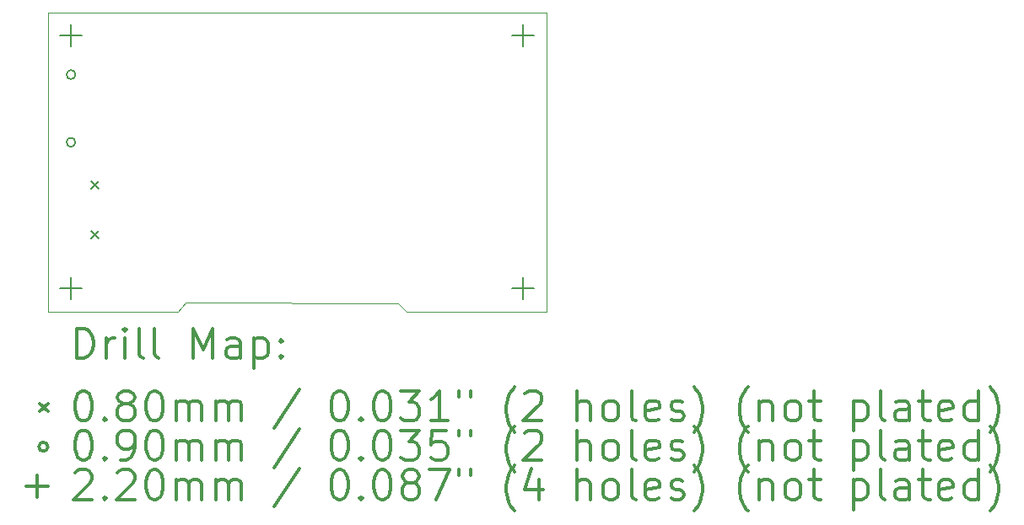
<source format=gbr>
%FSLAX45Y45*%
G04 Gerber Fmt 4.5, Leading zero omitted, Abs format (unit mm)*
G04 Created by KiCad (PCBNEW (5.1.5)-2) date 2020-03-24 14:37:49*
%MOMM*%
%LPD*%
G04 APERTURE LIST*
%TA.AperFunction,Profile*%
%ADD10C,0.050000*%
%TD*%
%ADD11C,0.200000*%
%ADD12C,0.300000*%
G04 APERTURE END LIST*
D10*
X14650280Y-13345700D02*
X12524300Y-13341100D01*
X14740000Y-13430000D02*
X14650280Y-13345700D01*
X12440000Y-13430000D02*
X12524300Y-13341100D01*
X16140000Y-13430000D02*
X14740000Y-13430000D01*
X11140000Y-13430000D02*
X12440000Y-13430000D01*
X11140000Y-13430000D02*
X11140000Y-10430000D01*
X16140000Y-10430000D02*
X16140000Y-13430000D01*
X11140000Y-10430000D02*
X16140000Y-10430000D01*
D11*
X11570000Y-12117900D02*
X11650000Y-12197900D01*
X11650000Y-12117900D02*
X11570000Y-12197900D01*
X11570000Y-12617900D02*
X11650000Y-12697900D01*
X11650000Y-12617900D02*
X11570000Y-12697900D01*
X11415000Y-11050000D02*
G75*
G03X11415000Y-11050000I-45000J0D01*
G01*
X11415000Y-11730000D02*
G75*
G03X11415000Y-11730000I-45000J0D01*
G01*
X15910000Y-10550000D02*
X15910000Y-10770000D01*
X15800000Y-10660000D02*
X16020000Y-10660000D01*
X11370000Y-13090000D02*
X11370000Y-13310000D01*
X11260000Y-13200000D02*
X11480000Y-13200000D01*
X15910000Y-13090000D02*
X15910000Y-13310000D01*
X15800000Y-13200000D02*
X16020000Y-13200000D01*
X11370000Y-10550000D02*
X11370000Y-10770000D01*
X11260000Y-10660000D02*
X11480000Y-10660000D01*
D12*
X11423928Y-13898214D02*
X11423928Y-13598214D01*
X11495357Y-13598214D01*
X11538214Y-13612500D01*
X11566786Y-13641071D01*
X11581071Y-13669643D01*
X11595357Y-13726786D01*
X11595357Y-13769643D01*
X11581071Y-13826786D01*
X11566786Y-13855357D01*
X11538214Y-13883929D01*
X11495357Y-13898214D01*
X11423928Y-13898214D01*
X11723928Y-13898214D02*
X11723928Y-13698214D01*
X11723928Y-13755357D02*
X11738214Y-13726786D01*
X11752500Y-13712500D01*
X11781071Y-13698214D01*
X11809643Y-13698214D01*
X11909643Y-13898214D02*
X11909643Y-13698214D01*
X11909643Y-13598214D02*
X11895357Y-13612500D01*
X11909643Y-13626786D01*
X11923928Y-13612500D01*
X11909643Y-13598214D01*
X11909643Y-13626786D01*
X12095357Y-13898214D02*
X12066786Y-13883929D01*
X12052500Y-13855357D01*
X12052500Y-13598214D01*
X12252500Y-13898214D02*
X12223928Y-13883929D01*
X12209643Y-13855357D01*
X12209643Y-13598214D01*
X12595357Y-13898214D02*
X12595357Y-13598214D01*
X12695357Y-13812500D01*
X12795357Y-13598214D01*
X12795357Y-13898214D01*
X13066786Y-13898214D02*
X13066786Y-13741071D01*
X13052500Y-13712500D01*
X13023928Y-13698214D01*
X12966786Y-13698214D01*
X12938214Y-13712500D01*
X13066786Y-13883929D02*
X13038214Y-13898214D01*
X12966786Y-13898214D01*
X12938214Y-13883929D01*
X12923928Y-13855357D01*
X12923928Y-13826786D01*
X12938214Y-13798214D01*
X12966786Y-13783929D01*
X13038214Y-13783929D01*
X13066786Y-13769643D01*
X13209643Y-13698214D02*
X13209643Y-13998214D01*
X13209643Y-13712500D02*
X13238214Y-13698214D01*
X13295357Y-13698214D01*
X13323928Y-13712500D01*
X13338214Y-13726786D01*
X13352500Y-13755357D01*
X13352500Y-13841071D01*
X13338214Y-13869643D01*
X13323928Y-13883929D01*
X13295357Y-13898214D01*
X13238214Y-13898214D01*
X13209643Y-13883929D01*
X13481071Y-13869643D02*
X13495357Y-13883929D01*
X13481071Y-13898214D01*
X13466786Y-13883929D01*
X13481071Y-13869643D01*
X13481071Y-13898214D01*
X13481071Y-13712500D02*
X13495357Y-13726786D01*
X13481071Y-13741071D01*
X13466786Y-13726786D01*
X13481071Y-13712500D01*
X13481071Y-13741071D01*
X11057500Y-14352500D02*
X11137500Y-14432500D01*
X11137500Y-14352500D02*
X11057500Y-14432500D01*
X11481071Y-14228214D02*
X11509643Y-14228214D01*
X11538214Y-14242500D01*
X11552500Y-14256786D01*
X11566786Y-14285357D01*
X11581071Y-14342500D01*
X11581071Y-14413929D01*
X11566786Y-14471071D01*
X11552500Y-14499643D01*
X11538214Y-14513929D01*
X11509643Y-14528214D01*
X11481071Y-14528214D01*
X11452500Y-14513929D01*
X11438214Y-14499643D01*
X11423928Y-14471071D01*
X11409643Y-14413929D01*
X11409643Y-14342500D01*
X11423928Y-14285357D01*
X11438214Y-14256786D01*
X11452500Y-14242500D01*
X11481071Y-14228214D01*
X11709643Y-14499643D02*
X11723928Y-14513929D01*
X11709643Y-14528214D01*
X11695357Y-14513929D01*
X11709643Y-14499643D01*
X11709643Y-14528214D01*
X11895357Y-14356786D02*
X11866786Y-14342500D01*
X11852500Y-14328214D01*
X11838214Y-14299643D01*
X11838214Y-14285357D01*
X11852500Y-14256786D01*
X11866786Y-14242500D01*
X11895357Y-14228214D01*
X11952500Y-14228214D01*
X11981071Y-14242500D01*
X11995357Y-14256786D01*
X12009643Y-14285357D01*
X12009643Y-14299643D01*
X11995357Y-14328214D01*
X11981071Y-14342500D01*
X11952500Y-14356786D01*
X11895357Y-14356786D01*
X11866786Y-14371071D01*
X11852500Y-14385357D01*
X11838214Y-14413929D01*
X11838214Y-14471071D01*
X11852500Y-14499643D01*
X11866786Y-14513929D01*
X11895357Y-14528214D01*
X11952500Y-14528214D01*
X11981071Y-14513929D01*
X11995357Y-14499643D01*
X12009643Y-14471071D01*
X12009643Y-14413929D01*
X11995357Y-14385357D01*
X11981071Y-14371071D01*
X11952500Y-14356786D01*
X12195357Y-14228214D02*
X12223928Y-14228214D01*
X12252500Y-14242500D01*
X12266786Y-14256786D01*
X12281071Y-14285357D01*
X12295357Y-14342500D01*
X12295357Y-14413929D01*
X12281071Y-14471071D01*
X12266786Y-14499643D01*
X12252500Y-14513929D01*
X12223928Y-14528214D01*
X12195357Y-14528214D01*
X12166786Y-14513929D01*
X12152500Y-14499643D01*
X12138214Y-14471071D01*
X12123928Y-14413929D01*
X12123928Y-14342500D01*
X12138214Y-14285357D01*
X12152500Y-14256786D01*
X12166786Y-14242500D01*
X12195357Y-14228214D01*
X12423928Y-14528214D02*
X12423928Y-14328214D01*
X12423928Y-14356786D02*
X12438214Y-14342500D01*
X12466786Y-14328214D01*
X12509643Y-14328214D01*
X12538214Y-14342500D01*
X12552500Y-14371071D01*
X12552500Y-14528214D01*
X12552500Y-14371071D02*
X12566786Y-14342500D01*
X12595357Y-14328214D01*
X12638214Y-14328214D01*
X12666786Y-14342500D01*
X12681071Y-14371071D01*
X12681071Y-14528214D01*
X12823928Y-14528214D02*
X12823928Y-14328214D01*
X12823928Y-14356786D02*
X12838214Y-14342500D01*
X12866786Y-14328214D01*
X12909643Y-14328214D01*
X12938214Y-14342500D01*
X12952500Y-14371071D01*
X12952500Y-14528214D01*
X12952500Y-14371071D02*
X12966786Y-14342500D01*
X12995357Y-14328214D01*
X13038214Y-14328214D01*
X13066786Y-14342500D01*
X13081071Y-14371071D01*
X13081071Y-14528214D01*
X13666786Y-14213929D02*
X13409643Y-14599643D01*
X14052500Y-14228214D02*
X14081071Y-14228214D01*
X14109643Y-14242500D01*
X14123928Y-14256786D01*
X14138214Y-14285357D01*
X14152500Y-14342500D01*
X14152500Y-14413929D01*
X14138214Y-14471071D01*
X14123928Y-14499643D01*
X14109643Y-14513929D01*
X14081071Y-14528214D01*
X14052500Y-14528214D01*
X14023928Y-14513929D01*
X14009643Y-14499643D01*
X13995357Y-14471071D01*
X13981071Y-14413929D01*
X13981071Y-14342500D01*
X13995357Y-14285357D01*
X14009643Y-14256786D01*
X14023928Y-14242500D01*
X14052500Y-14228214D01*
X14281071Y-14499643D02*
X14295357Y-14513929D01*
X14281071Y-14528214D01*
X14266786Y-14513929D01*
X14281071Y-14499643D01*
X14281071Y-14528214D01*
X14481071Y-14228214D02*
X14509643Y-14228214D01*
X14538214Y-14242500D01*
X14552500Y-14256786D01*
X14566786Y-14285357D01*
X14581071Y-14342500D01*
X14581071Y-14413929D01*
X14566786Y-14471071D01*
X14552500Y-14499643D01*
X14538214Y-14513929D01*
X14509643Y-14528214D01*
X14481071Y-14528214D01*
X14452500Y-14513929D01*
X14438214Y-14499643D01*
X14423928Y-14471071D01*
X14409643Y-14413929D01*
X14409643Y-14342500D01*
X14423928Y-14285357D01*
X14438214Y-14256786D01*
X14452500Y-14242500D01*
X14481071Y-14228214D01*
X14681071Y-14228214D02*
X14866786Y-14228214D01*
X14766786Y-14342500D01*
X14809643Y-14342500D01*
X14838214Y-14356786D01*
X14852500Y-14371071D01*
X14866786Y-14399643D01*
X14866786Y-14471071D01*
X14852500Y-14499643D01*
X14838214Y-14513929D01*
X14809643Y-14528214D01*
X14723928Y-14528214D01*
X14695357Y-14513929D01*
X14681071Y-14499643D01*
X15152500Y-14528214D02*
X14981071Y-14528214D01*
X15066786Y-14528214D02*
X15066786Y-14228214D01*
X15038214Y-14271071D01*
X15009643Y-14299643D01*
X14981071Y-14313929D01*
X15266786Y-14228214D02*
X15266786Y-14285357D01*
X15381071Y-14228214D02*
X15381071Y-14285357D01*
X15823928Y-14642500D02*
X15809643Y-14628214D01*
X15781071Y-14585357D01*
X15766786Y-14556786D01*
X15752500Y-14513929D01*
X15738214Y-14442500D01*
X15738214Y-14385357D01*
X15752500Y-14313929D01*
X15766786Y-14271071D01*
X15781071Y-14242500D01*
X15809643Y-14199643D01*
X15823928Y-14185357D01*
X15923928Y-14256786D02*
X15938214Y-14242500D01*
X15966786Y-14228214D01*
X16038214Y-14228214D01*
X16066786Y-14242500D01*
X16081071Y-14256786D01*
X16095357Y-14285357D01*
X16095357Y-14313929D01*
X16081071Y-14356786D01*
X15909643Y-14528214D01*
X16095357Y-14528214D01*
X16452500Y-14528214D02*
X16452500Y-14228214D01*
X16581071Y-14528214D02*
X16581071Y-14371071D01*
X16566786Y-14342500D01*
X16538214Y-14328214D01*
X16495357Y-14328214D01*
X16466786Y-14342500D01*
X16452500Y-14356786D01*
X16766786Y-14528214D02*
X16738214Y-14513929D01*
X16723928Y-14499643D01*
X16709643Y-14471071D01*
X16709643Y-14385357D01*
X16723928Y-14356786D01*
X16738214Y-14342500D01*
X16766786Y-14328214D01*
X16809643Y-14328214D01*
X16838214Y-14342500D01*
X16852500Y-14356786D01*
X16866786Y-14385357D01*
X16866786Y-14471071D01*
X16852500Y-14499643D01*
X16838214Y-14513929D01*
X16809643Y-14528214D01*
X16766786Y-14528214D01*
X17038214Y-14528214D02*
X17009643Y-14513929D01*
X16995357Y-14485357D01*
X16995357Y-14228214D01*
X17266786Y-14513929D02*
X17238214Y-14528214D01*
X17181071Y-14528214D01*
X17152500Y-14513929D01*
X17138214Y-14485357D01*
X17138214Y-14371071D01*
X17152500Y-14342500D01*
X17181071Y-14328214D01*
X17238214Y-14328214D01*
X17266786Y-14342500D01*
X17281071Y-14371071D01*
X17281071Y-14399643D01*
X17138214Y-14428214D01*
X17395357Y-14513929D02*
X17423928Y-14528214D01*
X17481071Y-14528214D01*
X17509643Y-14513929D01*
X17523928Y-14485357D01*
X17523928Y-14471071D01*
X17509643Y-14442500D01*
X17481071Y-14428214D01*
X17438214Y-14428214D01*
X17409643Y-14413929D01*
X17395357Y-14385357D01*
X17395357Y-14371071D01*
X17409643Y-14342500D01*
X17438214Y-14328214D01*
X17481071Y-14328214D01*
X17509643Y-14342500D01*
X17623928Y-14642500D02*
X17638214Y-14628214D01*
X17666786Y-14585357D01*
X17681071Y-14556786D01*
X17695357Y-14513929D01*
X17709643Y-14442500D01*
X17709643Y-14385357D01*
X17695357Y-14313929D01*
X17681071Y-14271071D01*
X17666786Y-14242500D01*
X17638214Y-14199643D01*
X17623928Y-14185357D01*
X18166786Y-14642500D02*
X18152500Y-14628214D01*
X18123928Y-14585357D01*
X18109643Y-14556786D01*
X18095357Y-14513929D01*
X18081071Y-14442500D01*
X18081071Y-14385357D01*
X18095357Y-14313929D01*
X18109643Y-14271071D01*
X18123928Y-14242500D01*
X18152500Y-14199643D01*
X18166786Y-14185357D01*
X18281071Y-14328214D02*
X18281071Y-14528214D01*
X18281071Y-14356786D02*
X18295357Y-14342500D01*
X18323928Y-14328214D01*
X18366786Y-14328214D01*
X18395357Y-14342500D01*
X18409643Y-14371071D01*
X18409643Y-14528214D01*
X18595357Y-14528214D02*
X18566786Y-14513929D01*
X18552500Y-14499643D01*
X18538214Y-14471071D01*
X18538214Y-14385357D01*
X18552500Y-14356786D01*
X18566786Y-14342500D01*
X18595357Y-14328214D01*
X18638214Y-14328214D01*
X18666786Y-14342500D01*
X18681071Y-14356786D01*
X18695357Y-14385357D01*
X18695357Y-14471071D01*
X18681071Y-14499643D01*
X18666786Y-14513929D01*
X18638214Y-14528214D01*
X18595357Y-14528214D01*
X18781071Y-14328214D02*
X18895357Y-14328214D01*
X18823928Y-14228214D02*
X18823928Y-14485357D01*
X18838214Y-14513929D01*
X18866786Y-14528214D01*
X18895357Y-14528214D01*
X19223928Y-14328214D02*
X19223928Y-14628214D01*
X19223928Y-14342500D02*
X19252500Y-14328214D01*
X19309643Y-14328214D01*
X19338214Y-14342500D01*
X19352500Y-14356786D01*
X19366786Y-14385357D01*
X19366786Y-14471071D01*
X19352500Y-14499643D01*
X19338214Y-14513929D01*
X19309643Y-14528214D01*
X19252500Y-14528214D01*
X19223928Y-14513929D01*
X19538214Y-14528214D02*
X19509643Y-14513929D01*
X19495357Y-14485357D01*
X19495357Y-14228214D01*
X19781071Y-14528214D02*
X19781071Y-14371071D01*
X19766786Y-14342500D01*
X19738214Y-14328214D01*
X19681071Y-14328214D01*
X19652500Y-14342500D01*
X19781071Y-14513929D02*
X19752500Y-14528214D01*
X19681071Y-14528214D01*
X19652500Y-14513929D01*
X19638214Y-14485357D01*
X19638214Y-14456786D01*
X19652500Y-14428214D01*
X19681071Y-14413929D01*
X19752500Y-14413929D01*
X19781071Y-14399643D01*
X19881071Y-14328214D02*
X19995357Y-14328214D01*
X19923928Y-14228214D02*
X19923928Y-14485357D01*
X19938214Y-14513929D01*
X19966786Y-14528214D01*
X19995357Y-14528214D01*
X20209643Y-14513929D02*
X20181071Y-14528214D01*
X20123928Y-14528214D01*
X20095357Y-14513929D01*
X20081071Y-14485357D01*
X20081071Y-14371071D01*
X20095357Y-14342500D01*
X20123928Y-14328214D01*
X20181071Y-14328214D01*
X20209643Y-14342500D01*
X20223928Y-14371071D01*
X20223928Y-14399643D01*
X20081071Y-14428214D01*
X20481071Y-14528214D02*
X20481071Y-14228214D01*
X20481071Y-14513929D02*
X20452500Y-14528214D01*
X20395357Y-14528214D01*
X20366786Y-14513929D01*
X20352500Y-14499643D01*
X20338214Y-14471071D01*
X20338214Y-14385357D01*
X20352500Y-14356786D01*
X20366786Y-14342500D01*
X20395357Y-14328214D01*
X20452500Y-14328214D01*
X20481071Y-14342500D01*
X20595357Y-14642500D02*
X20609643Y-14628214D01*
X20638214Y-14585357D01*
X20652500Y-14556786D01*
X20666786Y-14513929D01*
X20681071Y-14442500D01*
X20681071Y-14385357D01*
X20666786Y-14313929D01*
X20652500Y-14271071D01*
X20638214Y-14242500D01*
X20609643Y-14199643D01*
X20595357Y-14185357D01*
X11137500Y-14788500D02*
G75*
G03X11137500Y-14788500I-45000J0D01*
G01*
X11481071Y-14624214D02*
X11509643Y-14624214D01*
X11538214Y-14638500D01*
X11552500Y-14652786D01*
X11566786Y-14681357D01*
X11581071Y-14738500D01*
X11581071Y-14809929D01*
X11566786Y-14867071D01*
X11552500Y-14895643D01*
X11538214Y-14909929D01*
X11509643Y-14924214D01*
X11481071Y-14924214D01*
X11452500Y-14909929D01*
X11438214Y-14895643D01*
X11423928Y-14867071D01*
X11409643Y-14809929D01*
X11409643Y-14738500D01*
X11423928Y-14681357D01*
X11438214Y-14652786D01*
X11452500Y-14638500D01*
X11481071Y-14624214D01*
X11709643Y-14895643D02*
X11723928Y-14909929D01*
X11709643Y-14924214D01*
X11695357Y-14909929D01*
X11709643Y-14895643D01*
X11709643Y-14924214D01*
X11866786Y-14924214D02*
X11923928Y-14924214D01*
X11952500Y-14909929D01*
X11966786Y-14895643D01*
X11995357Y-14852786D01*
X12009643Y-14795643D01*
X12009643Y-14681357D01*
X11995357Y-14652786D01*
X11981071Y-14638500D01*
X11952500Y-14624214D01*
X11895357Y-14624214D01*
X11866786Y-14638500D01*
X11852500Y-14652786D01*
X11838214Y-14681357D01*
X11838214Y-14752786D01*
X11852500Y-14781357D01*
X11866786Y-14795643D01*
X11895357Y-14809929D01*
X11952500Y-14809929D01*
X11981071Y-14795643D01*
X11995357Y-14781357D01*
X12009643Y-14752786D01*
X12195357Y-14624214D02*
X12223928Y-14624214D01*
X12252500Y-14638500D01*
X12266786Y-14652786D01*
X12281071Y-14681357D01*
X12295357Y-14738500D01*
X12295357Y-14809929D01*
X12281071Y-14867071D01*
X12266786Y-14895643D01*
X12252500Y-14909929D01*
X12223928Y-14924214D01*
X12195357Y-14924214D01*
X12166786Y-14909929D01*
X12152500Y-14895643D01*
X12138214Y-14867071D01*
X12123928Y-14809929D01*
X12123928Y-14738500D01*
X12138214Y-14681357D01*
X12152500Y-14652786D01*
X12166786Y-14638500D01*
X12195357Y-14624214D01*
X12423928Y-14924214D02*
X12423928Y-14724214D01*
X12423928Y-14752786D02*
X12438214Y-14738500D01*
X12466786Y-14724214D01*
X12509643Y-14724214D01*
X12538214Y-14738500D01*
X12552500Y-14767071D01*
X12552500Y-14924214D01*
X12552500Y-14767071D02*
X12566786Y-14738500D01*
X12595357Y-14724214D01*
X12638214Y-14724214D01*
X12666786Y-14738500D01*
X12681071Y-14767071D01*
X12681071Y-14924214D01*
X12823928Y-14924214D02*
X12823928Y-14724214D01*
X12823928Y-14752786D02*
X12838214Y-14738500D01*
X12866786Y-14724214D01*
X12909643Y-14724214D01*
X12938214Y-14738500D01*
X12952500Y-14767071D01*
X12952500Y-14924214D01*
X12952500Y-14767071D02*
X12966786Y-14738500D01*
X12995357Y-14724214D01*
X13038214Y-14724214D01*
X13066786Y-14738500D01*
X13081071Y-14767071D01*
X13081071Y-14924214D01*
X13666786Y-14609929D02*
X13409643Y-14995643D01*
X14052500Y-14624214D02*
X14081071Y-14624214D01*
X14109643Y-14638500D01*
X14123928Y-14652786D01*
X14138214Y-14681357D01*
X14152500Y-14738500D01*
X14152500Y-14809929D01*
X14138214Y-14867071D01*
X14123928Y-14895643D01*
X14109643Y-14909929D01*
X14081071Y-14924214D01*
X14052500Y-14924214D01*
X14023928Y-14909929D01*
X14009643Y-14895643D01*
X13995357Y-14867071D01*
X13981071Y-14809929D01*
X13981071Y-14738500D01*
X13995357Y-14681357D01*
X14009643Y-14652786D01*
X14023928Y-14638500D01*
X14052500Y-14624214D01*
X14281071Y-14895643D02*
X14295357Y-14909929D01*
X14281071Y-14924214D01*
X14266786Y-14909929D01*
X14281071Y-14895643D01*
X14281071Y-14924214D01*
X14481071Y-14624214D02*
X14509643Y-14624214D01*
X14538214Y-14638500D01*
X14552500Y-14652786D01*
X14566786Y-14681357D01*
X14581071Y-14738500D01*
X14581071Y-14809929D01*
X14566786Y-14867071D01*
X14552500Y-14895643D01*
X14538214Y-14909929D01*
X14509643Y-14924214D01*
X14481071Y-14924214D01*
X14452500Y-14909929D01*
X14438214Y-14895643D01*
X14423928Y-14867071D01*
X14409643Y-14809929D01*
X14409643Y-14738500D01*
X14423928Y-14681357D01*
X14438214Y-14652786D01*
X14452500Y-14638500D01*
X14481071Y-14624214D01*
X14681071Y-14624214D02*
X14866786Y-14624214D01*
X14766786Y-14738500D01*
X14809643Y-14738500D01*
X14838214Y-14752786D01*
X14852500Y-14767071D01*
X14866786Y-14795643D01*
X14866786Y-14867071D01*
X14852500Y-14895643D01*
X14838214Y-14909929D01*
X14809643Y-14924214D01*
X14723928Y-14924214D01*
X14695357Y-14909929D01*
X14681071Y-14895643D01*
X15138214Y-14624214D02*
X14995357Y-14624214D01*
X14981071Y-14767071D01*
X14995357Y-14752786D01*
X15023928Y-14738500D01*
X15095357Y-14738500D01*
X15123928Y-14752786D01*
X15138214Y-14767071D01*
X15152500Y-14795643D01*
X15152500Y-14867071D01*
X15138214Y-14895643D01*
X15123928Y-14909929D01*
X15095357Y-14924214D01*
X15023928Y-14924214D01*
X14995357Y-14909929D01*
X14981071Y-14895643D01*
X15266786Y-14624214D02*
X15266786Y-14681357D01*
X15381071Y-14624214D02*
X15381071Y-14681357D01*
X15823928Y-15038500D02*
X15809643Y-15024214D01*
X15781071Y-14981357D01*
X15766786Y-14952786D01*
X15752500Y-14909929D01*
X15738214Y-14838500D01*
X15738214Y-14781357D01*
X15752500Y-14709929D01*
X15766786Y-14667071D01*
X15781071Y-14638500D01*
X15809643Y-14595643D01*
X15823928Y-14581357D01*
X15923928Y-14652786D02*
X15938214Y-14638500D01*
X15966786Y-14624214D01*
X16038214Y-14624214D01*
X16066786Y-14638500D01*
X16081071Y-14652786D01*
X16095357Y-14681357D01*
X16095357Y-14709929D01*
X16081071Y-14752786D01*
X15909643Y-14924214D01*
X16095357Y-14924214D01*
X16452500Y-14924214D02*
X16452500Y-14624214D01*
X16581071Y-14924214D02*
X16581071Y-14767071D01*
X16566786Y-14738500D01*
X16538214Y-14724214D01*
X16495357Y-14724214D01*
X16466786Y-14738500D01*
X16452500Y-14752786D01*
X16766786Y-14924214D02*
X16738214Y-14909929D01*
X16723928Y-14895643D01*
X16709643Y-14867071D01*
X16709643Y-14781357D01*
X16723928Y-14752786D01*
X16738214Y-14738500D01*
X16766786Y-14724214D01*
X16809643Y-14724214D01*
X16838214Y-14738500D01*
X16852500Y-14752786D01*
X16866786Y-14781357D01*
X16866786Y-14867071D01*
X16852500Y-14895643D01*
X16838214Y-14909929D01*
X16809643Y-14924214D01*
X16766786Y-14924214D01*
X17038214Y-14924214D02*
X17009643Y-14909929D01*
X16995357Y-14881357D01*
X16995357Y-14624214D01*
X17266786Y-14909929D02*
X17238214Y-14924214D01*
X17181071Y-14924214D01*
X17152500Y-14909929D01*
X17138214Y-14881357D01*
X17138214Y-14767071D01*
X17152500Y-14738500D01*
X17181071Y-14724214D01*
X17238214Y-14724214D01*
X17266786Y-14738500D01*
X17281071Y-14767071D01*
X17281071Y-14795643D01*
X17138214Y-14824214D01*
X17395357Y-14909929D02*
X17423928Y-14924214D01*
X17481071Y-14924214D01*
X17509643Y-14909929D01*
X17523928Y-14881357D01*
X17523928Y-14867071D01*
X17509643Y-14838500D01*
X17481071Y-14824214D01*
X17438214Y-14824214D01*
X17409643Y-14809929D01*
X17395357Y-14781357D01*
X17395357Y-14767071D01*
X17409643Y-14738500D01*
X17438214Y-14724214D01*
X17481071Y-14724214D01*
X17509643Y-14738500D01*
X17623928Y-15038500D02*
X17638214Y-15024214D01*
X17666786Y-14981357D01*
X17681071Y-14952786D01*
X17695357Y-14909929D01*
X17709643Y-14838500D01*
X17709643Y-14781357D01*
X17695357Y-14709929D01*
X17681071Y-14667071D01*
X17666786Y-14638500D01*
X17638214Y-14595643D01*
X17623928Y-14581357D01*
X18166786Y-15038500D02*
X18152500Y-15024214D01*
X18123928Y-14981357D01*
X18109643Y-14952786D01*
X18095357Y-14909929D01*
X18081071Y-14838500D01*
X18081071Y-14781357D01*
X18095357Y-14709929D01*
X18109643Y-14667071D01*
X18123928Y-14638500D01*
X18152500Y-14595643D01*
X18166786Y-14581357D01*
X18281071Y-14724214D02*
X18281071Y-14924214D01*
X18281071Y-14752786D02*
X18295357Y-14738500D01*
X18323928Y-14724214D01*
X18366786Y-14724214D01*
X18395357Y-14738500D01*
X18409643Y-14767071D01*
X18409643Y-14924214D01*
X18595357Y-14924214D02*
X18566786Y-14909929D01*
X18552500Y-14895643D01*
X18538214Y-14867071D01*
X18538214Y-14781357D01*
X18552500Y-14752786D01*
X18566786Y-14738500D01*
X18595357Y-14724214D01*
X18638214Y-14724214D01*
X18666786Y-14738500D01*
X18681071Y-14752786D01*
X18695357Y-14781357D01*
X18695357Y-14867071D01*
X18681071Y-14895643D01*
X18666786Y-14909929D01*
X18638214Y-14924214D01*
X18595357Y-14924214D01*
X18781071Y-14724214D02*
X18895357Y-14724214D01*
X18823928Y-14624214D02*
X18823928Y-14881357D01*
X18838214Y-14909929D01*
X18866786Y-14924214D01*
X18895357Y-14924214D01*
X19223928Y-14724214D02*
X19223928Y-15024214D01*
X19223928Y-14738500D02*
X19252500Y-14724214D01*
X19309643Y-14724214D01*
X19338214Y-14738500D01*
X19352500Y-14752786D01*
X19366786Y-14781357D01*
X19366786Y-14867071D01*
X19352500Y-14895643D01*
X19338214Y-14909929D01*
X19309643Y-14924214D01*
X19252500Y-14924214D01*
X19223928Y-14909929D01*
X19538214Y-14924214D02*
X19509643Y-14909929D01*
X19495357Y-14881357D01*
X19495357Y-14624214D01*
X19781071Y-14924214D02*
X19781071Y-14767071D01*
X19766786Y-14738500D01*
X19738214Y-14724214D01*
X19681071Y-14724214D01*
X19652500Y-14738500D01*
X19781071Y-14909929D02*
X19752500Y-14924214D01*
X19681071Y-14924214D01*
X19652500Y-14909929D01*
X19638214Y-14881357D01*
X19638214Y-14852786D01*
X19652500Y-14824214D01*
X19681071Y-14809929D01*
X19752500Y-14809929D01*
X19781071Y-14795643D01*
X19881071Y-14724214D02*
X19995357Y-14724214D01*
X19923928Y-14624214D02*
X19923928Y-14881357D01*
X19938214Y-14909929D01*
X19966786Y-14924214D01*
X19995357Y-14924214D01*
X20209643Y-14909929D02*
X20181071Y-14924214D01*
X20123928Y-14924214D01*
X20095357Y-14909929D01*
X20081071Y-14881357D01*
X20081071Y-14767071D01*
X20095357Y-14738500D01*
X20123928Y-14724214D01*
X20181071Y-14724214D01*
X20209643Y-14738500D01*
X20223928Y-14767071D01*
X20223928Y-14795643D01*
X20081071Y-14824214D01*
X20481071Y-14924214D02*
X20481071Y-14624214D01*
X20481071Y-14909929D02*
X20452500Y-14924214D01*
X20395357Y-14924214D01*
X20366786Y-14909929D01*
X20352500Y-14895643D01*
X20338214Y-14867071D01*
X20338214Y-14781357D01*
X20352500Y-14752786D01*
X20366786Y-14738500D01*
X20395357Y-14724214D01*
X20452500Y-14724214D01*
X20481071Y-14738500D01*
X20595357Y-15038500D02*
X20609643Y-15024214D01*
X20638214Y-14981357D01*
X20652500Y-14952786D01*
X20666786Y-14909929D01*
X20681071Y-14838500D01*
X20681071Y-14781357D01*
X20666786Y-14709929D01*
X20652500Y-14667071D01*
X20638214Y-14638500D01*
X20609643Y-14595643D01*
X20595357Y-14581357D01*
X11027500Y-15074500D02*
X11027500Y-15294500D01*
X10917500Y-15184500D02*
X11137500Y-15184500D01*
X11409643Y-15048786D02*
X11423928Y-15034500D01*
X11452500Y-15020214D01*
X11523928Y-15020214D01*
X11552500Y-15034500D01*
X11566786Y-15048786D01*
X11581071Y-15077357D01*
X11581071Y-15105929D01*
X11566786Y-15148786D01*
X11395357Y-15320214D01*
X11581071Y-15320214D01*
X11709643Y-15291643D02*
X11723928Y-15305929D01*
X11709643Y-15320214D01*
X11695357Y-15305929D01*
X11709643Y-15291643D01*
X11709643Y-15320214D01*
X11838214Y-15048786D02*
X11852500Y-15034500D01*
X11881071Y-15020214D01*
X11952500Y-15020214D01*
X11981071Y-15034500D01*
X11995357Y-15048786D01*
X12009643Y-15077357D01*
X12009643Y-15105929D01*
X11995357Y-15148786D01*
X11823928Y-15320214D01*
X12009643Y-15320214D01*
X12195357Y-15020214D02*
X12223928Y-15020214D01*
X12252500Y-15034500D01*
X12266786Y-15048786D01*
X12281071Y-15077357D01*
X12295357Y-15134500D01*
X12295357Y-15205929D01*
X12281071Y-15263071D01*
X12266786Y-15291643D01*
X12252500Y-15305929D01*
X12223928Y-15320214D01*
X12195357Y-15320214D01*
X12166786Y-15305929D01*
X12152500Y-15291643D01*
X12138214Y-15263071D01*
X12123928Y-15205929D01*
X12123928Y-15134500D01*
X12138214Y-15077357D01*
X12152500Y-15048786D01*
X12166786Y-15034500D01*
X12195357Y-15020214D01*
X12423928Y-15320214D02*
X12423928Y-15120214D01*
X12423928Y-15148786D02*
X12438214Y-15134500D01*
X12466786Y-15120214D01*
X12509643Y-15120214D01*
X12538214Y-15134500D01*
X12552500Y-15163071D01*
X12552500Y-15320214D01*
X12552500Y-15163071D02*
X12566786Y-15134500D01*
X12595357Y-15120214D01*
X12638214Y-15120214D01*
X12666786Y-15134500D01*
X12681071Y-15163071D01*
X12681071Y-15320214D01*
X12823928Y-15320214D02*
X12823928Y-15120214D01*
X12823928Y-15148786D02*
X12838214Y-15134500D01*
X12866786Y-15120214D01*
X12909643Y-15120214D01*
X12938214Y-15134500D01*
X12952500Y-15163071D01*
X12952500Y-15320214D01*
X12952500Y-15163071D02*
X12966786Y-15134500D01*
X12995357Y-15120214D01*
X13038214Y-15120214D01*
X13066786Y-15134500D01*
X13081071Y-15163071D01*
X13081071Y-15320214D01*
X13666786Y-15005929D02*
X13409643Y-15391643D01*
X14052500Y-15020214D02*
X14081071Y-15020214D01*
X14109643Y-15034500D01*
X14123928Y-15048786D01*
X14138214Y-15077357D01*
X14152500Y-15134500D01*
X14152500Y-15205929D01*
X14138214Y-15263071D01*
X14123928Y-15291643D01*
X14109643Y-15305929D01*
X14081071Y-15320214D01*
X14052500Y-15320214D01*
X14023928Y-15305929D01*
X14009643Y-15291643D01*
X13995357Y-15263071D01*
X13981071Y-15205929D01*
X13981071Y-15134500D01*
X13995357Y-15077357D01*
X14009643Y-15048786D01*
X14023928Y-15034500D01*
X14052500Y-15020214D01*
X14281071Y-15291643D02*
X14295357Y-15305929D01*
X14281071Y-15320214D01*
X14266786Y-15305929D01*
X14281071Y-15291643D01*
X14281071Y-15320214D01*
X14481071Y-15020214D02*
X14509643Y-15020214D01*
X14538214Y-15034500D01*
X14552500Y-15048786D01*
X14566786Y-15077357D01*
X14581071Y-15134500D01*
X14581071Y-15205929D01*
X14566786Y-15263071D01*
X14552500Y-15291643D01*
X14538214Y-15305929D01*
X14509643Y-15320214D01*
X14481071Y-15320214D01*
X14452500Y-15305929D01*
X14438214Y-15291643D01*
X14423928Y-15263071D01*
X14409643Y-15205929D01*
X14409643Y-15134500D01*
X14423928Y-15077357D01*
X14438214Y-15048786D01*
X14452500Y-15034500D01*
X14481071Y-15020214D01*
X14752500Y-15148786D02*
X14723928Y-15134500D01*
X14709643Y-15120214D01*
X14695357Y-15091643D01*
X14695357Y-15077357D01*
X14709643Y-15048786D01*
X14723928Y-15034500D01*
X14752500Y-15020214D01*
X14809643Y-15020214D01*
X14838214Y-15034500D01*
X14852500Y-15048786D01*
X14866786Y-15077357D01*
X14866786Y-15091643D01*
X14852500Y-15120214D01*
X14838214Y-15134500D01*
X14809643Y-15148786D01*
X14752500Y-15148786D01*
X14723928Y-15163071D01*
X14709643Y-15177357D01*
X14695357Y-15205929D01*
X14695357Y-15263071D01*
X14709643Y-15291643D01*
X14723928Y-15305929D01*
X14752500Y-15320214D01*
X14809643Y-15320214D01*
X14838214Y-15305929D01*
X14852500Y-15291643D01*
X14866786Y-15263071D01*
X14866786Y-15205929D01*
X14852500Y-15177357D01*
X14838214Y-15163071D01*
X14809643Y-15148786D01*
X14966786Y-15020214D02*
X15166786Y-15020214D01*
X15038214Y-15320214D01*
X15266786Y-15020214D02*
X15266786Y-15077357D01*
X15381071Y-15020214D02*
X15381071Y-15077357D01*
X15823928Y-15434500D02*
X15809643Y-15420214D01*
X15781071Y-15377357D01*
X15766786Y-15348786D01*
X15752500Y-15305929D01*
X15738214Y-15234500D01*
X15738214Y-15177357D01*
X15752500Y-15105929D01*
X15766786Y-15063071D01*
X15781071Y-15034500D01*
X15809643Y-14991643D01*
X15823928Y-14977357D01*
X16066786Y-15120214D02*
X16066786Y-15320214D01*
X15995357Y-15005929D02*
X15923928Y-15220214D01*
X16109643Y-15220214D01*
X16452500Y-15320214D02*
X16452500Y-15020214D01*
X16581071Y-15320214D02*
X16581071Y-15163071D01*
X16566786Y-15134500D01*
X16538214Y-15120214D01*
X16495357Y-15120214D01*
X16466786Y-15134500D01*
X16452500Y-15148786D01*
X16766786Y-15320214D02*
X16738214Y-15305929D01*
X16723928Y-15291643D01*
X16709643Y-15263071D01*
X16709643Y-15177357D01*
X16723928Y-15148786D01*
X16738214Y-15134500D01*
X16766786Y-15120214D01*
X16809643Y-15120214D01*
X16838214Y-15134500D01*
X16852500Y-15148786D01*
X16866786Y-15177357D01*
X16866786Y-15263071D01*
X16852500Y-15291643D01*
X16838214Y-15305929D01*
X16809643Y-15320214D01*
X16766786Y-15320214D01*
X17038214Y-15320214D02*
X17009643Y-15305929D01*
X16995357Y-15277357D01*
X16995357Y-15020214D01*
X17266786Y-15305929D02*
X17238214Y-15320214D01*
X17181071Y-15320214D01*
X17152500Y-15305929D01*
X17138214Y-15277357D01*
X17138214Y-15163071D01*
X17152500Y-15134500D01*
X17181071Y-15120214D01*
X17238214Y-15120214D01*
X17266786Y-15134500D01*
X17281071Y-15163071D01*
X17281071Y-15191643D01*
X17138214Y-15220214D01*
X17395357Y-15305929D02*
X17423928Y-15320214D01*
X17481071Y-15320214D01*
X17509643Y-15305929D01*
X17523928Y-15277357D01*
X17523928Y-15263071D01*
X17509643Y-15234500D01*
X17481071Y-15220214D01*
X17438214Y-15220214D01*
X17409643Y-15205929D01*
X17395357Y-15177357D01*
X17395357Y-15163071D01*
X17409643Y-15134500D01*
X17438214Y-15120214D01*
X17481071Y-15120214D01*
X17509643Y-15134500D01*
X17623928Y-15434500D02*
X17638214Y-15420214D01*
X17666786Y-15377357D01*
X17681071Y-15348786D01*
X17695357Y-15305929D01*
X17709643Y-15234500D01*
X17709643Y-15177357D01*
X17695357Y-15105929D01*
X17681071Y-15063071D01*
X17666786Y-15034500D01*
X17638214Y-14991643D01*
X17623928Y-14977357D01*
X18166786Y-15434500D02*
X18152500Y-15420214D01*
X18123928Y-15377357D01*
X18109643Y-15348786D01*
X18095357Y-15305929D01*
X18081071Y-15234500D01*
X18081071Y-15177357D01*
X18095357Y-15105929D01*
X18109643Y-15063071D01*
X18123928Y-15034500D01*
X18152500Y-14991643D01*
X18166786Y-14977357D01*
X18281071Y-15120214D02*
X18281071Y-15320214D01*
X18281071Y-15148786D02*
X18295357Y-15134500D01*
X18323928Y-15120214D01*
X18366786Y-15120214D01*
X18395357Y-15134500D01*
X18409643Y-15163071D01*
X18409643Y-15320214D01*
X18595357Y-15320214D02*
X18566786Y-15305929D01*
X18552500Y-15291643D01*
X18538214Y-15263071D01*
X18538214Y-15177357D01*
X18552500Y-15148786D01*
X18566786Y-15134500D01*
X18595357Y-15120214D01*
X18638214Y-15120214D01*
X18666786Y-15134500D01*
X18681071Y-15148786D01*
X18695357Y-15177357D01*
X18695357Y-15263071D01*
X18681071Y-15291643D01*
X18666786Y-15305929D01*
X18638214Y-15320214D01*
X18595357Y-15320214D01*
X18781071Y-15120214D02*
X18895357Y-15120214D01*
X18823928Y-15020214D02*
X18823928Y-15277357D01*
X18838214Y-15305929D01*
X18866786Y-15320214D01*
X18895357Y-15320214D01*
X19223928Y-15120214D02*
X19223928Y-15420214D01*
X19223928Y-15134500D02*
X19252500Y-15120214D01*
X19309643Y-15120214D01*
X19338214Y-15134500D01*
X19352500Y-15148786D01*
X19366786Y-15177357D01*
X19366786Y-15263071D01*
X19352500Y-15291643D01*
X19338214Y-15305929D01*
X19309643Y-15320214D01*
X19252500Y-15320214D01*
X19223928Y-15305929D01*
X19538214Y-15320214D02*
X19509643Y-15305929D01*
X19495357Y-15277357D01*
X19495357Y-15020214D01*
X19781071Y-15320214D02*
X19781071Y-15163071D01*
X19766786Y-15134500D01*
X19738214Y-15120214D01*
X19681071Y-15120214D01*
X19652500Y-15134500D01*
X19781071Y-15305929D02*
X19752500Y-15320214D01*
X19681071Y-15320214D01*
X19652500Y-15305929D01*
X19638214Y-15277357D01*
X19638214Y-15248786D01*
X19652500Y-15220214D01*
X19681071Y-15205929D01*
X19752500Y-15205929D01*
X19781071Y-15191643D01*
X19881071Y-15120214D02*
X19995357Y-15120214D01*
X19923928Y-15020214D02*
X19923928Y-15277357D01*
X19938214Y-15305929D01*
X19966786Y-15320214D01*
X19995357Y-15320214D01*
X20209643Y-15305929D02*
X20181071Y-15320214D01*
X20123928Y-15320214D01*
X20095357Y-15305929D01*
X20081071Y-15277357D01*
X20081071Y-15163071D01*
X20095357Y-15134500D01*
X20123928Y-15120214D01*
X20181071Y-15120214D01*
X20209643Y-15134500D01*
X20223928Y-15163071D01*
X20223928Y-15191643D01*
X20081071Y-15220214D01*
X20481071Y-15320214D02*
X20481071Y-15020214D01*
X20481071Y-15305929D02*
X20452500Y-15320214D01*
X20395357Y-15320214D01*
X20366786Y-15305929D01*
X20352500Y-15291643D01*
X20338214Y-15263071D01*
X20338214Y-15177357D01*
X20352500Y-15148786D01*
X20366786Y-15134500D01*
X20395357Y-15120214D01*
X20452500Y-15120214D01*
X20481071Y-15134500D01*
X20595357Y-15434500D02*
X20609643Y-15420214D01*
X20638214Y-15377357D01*
X20652500Y-15348786D01*
X20666786Y-15305929D01*
X20681071Y-15234500D01*
X20681071Y-15177357D01*
X20666786Y-15105929D01*
X20652500Y-15063071D01*
X20638214Y-15034500D01*
X20609643Y-14991643D01*
X20595357Y-14977357D01*
M02*

</source>
